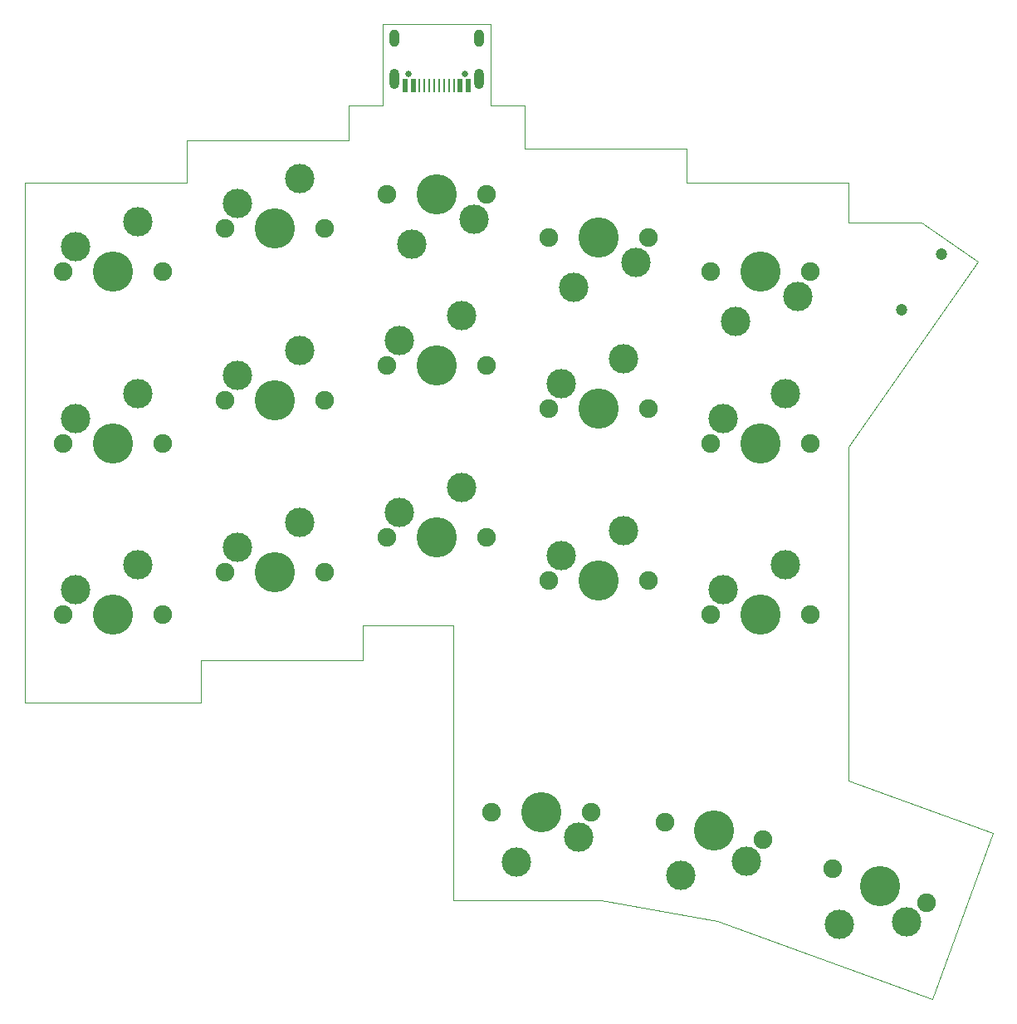
<source format=gbr>
%TF.GenerationSoftware,KiCad,Pcbnew,(6.0.6)*%
%TF.CreationDate,2022-11-13T11:43:50+09:00*%
%TF.ProjectId,split-mini__left,73706c69-742d-46d6-996e-695f5f6c6566,rev?*%
%TF.SameCoordinates,Original*%
%TF.FileFunction,Soldermask,Top*%
%TF.FilePolarity,Negative*%
%FSLAX46Y46*%
G04 Gerber Fmt 4.6, Leading zero omitted, Abs format (unit mm)*
G04 Created by KiCad (PCBNEW (6.0.6)) date 2022-11-13 11:43:50*
%MOMM*%
%LPD*%
G01*
G04 APERTURE LIST*
%TA.AperFunction,Profile*%
%ADD10C,0.100000*%
%TD*%
%ADD11C,1.900000*%
%ADD12C,3.000000*%
%ADD13C,4.100000*%
%ADD14C,0.650000*%
%ADD15R,0.580000X1.400000*%
%ADD16R,0.280000X1.400000*%
%ADD17O,1.000000X1.800000*%
%ADD18O,1.000000X2.100000*%
%ADD19C,1.200000*%
G04 APERTURE END LIST*
D10*
X116274472Y-100918426D02*
X101550000Y-95559156D01*
X50550000Y-30270000D02*
X34050000Y-30270000D01*
X34050000Y-30270000D02*
X34050000Y-34645000D01*
X109006494Y-38645000D02*
X101550000Y-38645000D01*
X114740558Y-42660035D02*
X101550000Y-61498104D01*
X35550000Y-87645000D02*
X35550000Y-83270000D01*
X88214983Y-109860807D02*
X110118110Y-117832893D01*
X35550000Y-83270000D02*
X52050000Y-83270000D01*
X110118110Y-117832893D02*
X116274472Y-100918426D01*
X68550000Y-31145000D02*
X85050000Y-31145000D01*
X34050000Y-34645000D02*
X17550000Y-34645000D01*
X61275000Y-79770000D02*
X61275000Y-107770000D01*
X61275000Y-107770000D02*
X76357429Y-107770000D01*
X17550000Y-87645000D02*
X35550000Y-87645000D01*
X50550000Y-26770000D02*
X50550000Y-30270000D01*
X101550000Y-95559156D02*
X101550000Y-61498104D01*
X65050000Y-26770000D02*
X68550000Y-26770000D01*
X76357429Y-107770000D02*
X88214983Y-109860807D01*
X65050000Y-26770000D02*
X65050000Y-18470000D01*
X17550000Y-34645000D02*
X17550000Y-87645000D01*
X85050000Y-31145000D02*
X85050000Y-34645000D01*
X109006494Y-38645000D02*
X114740558Y-42660035D01*
X54050000Y-26770000D02*
X54050000Y-18470000D01*
X50550000Y-26770000D02*
X54050000Y-26770000D01*
X54050000Y-18470000D02*
X65050000Y-18470000D01*
X101550000Y-38645000D02*
X101550000Y-34645000D01*
X68550000Y-26770000D02*
X68550000Y-31145000D01*
X101550000Y-34645000D02*
X85050000Y-34645000D01*
X52050000Y-83270000D02*
X52050000Y-79770000D01*
X52050000Y-79770000D02*
X61275000Y-79770000D01*
D11*
%TO.C,SW15*%
X97650000Y-78660000D03*
D12*
X88760000Y-76120000D03*
D13*
X92570000Y-78660000D03*
D11*
X87490000Y-78660000D03*
D12*
X95110000Y-73580000D03*
%TD*%
D14*
%TO.C,J1*%
X62450000Y-23520000D03*
X56670000Y-23520000D03*
D15*
X62760000Y-24720000D03*
X61960000Y-24720000D03*
D16*
X60810000Y-24720000D03*
X59810000Y-24720000D03*
X59310000Y-24720000D03*
X58310000Y-24720000D03*
D15*
X57160000Y-24720000D03*
X56360000Y-24720000D03*
X56360000Y-24720000D03*
X57160000Y-24720000D03*
D16*
X57810000Y-24720000D03*
X58810000Y-24720000D03*
X60310000Y-24720000D03*
X61310000Y-24720000D03*
D15*
X61960000Y-24720000D03*
X62760000Y-24720000D03*
D17*
X55240000Y-19840000D03*
D18*
X63880000Y-24020000D03*
X55240000Y-24020000D03*
D17*
X63880000Y-19840000D03*
%TD*%
D11*
%TO.C,SW7*%
X37980000Y-56770000D03*
D12*
X39250000Y-54230000D03*
X45600000Y-51690000D03*
D11*
X48140000Y-56770000D03*
D13*
X43060000Y-56770000D03*
%TD*%
D11*
%TO.C,SW3*%
X64640000Y-35750000D03*
D12*
X63370000Y-38290000D03*
D11*
X54480000Y-35750000D03*
D13*
X59560000Y-35750000D03*
D12*
X57020000Y-40830000D03*
%TD*%
D11*
%TO.C,SW6*%
X31650000Y-61160000D03*
X21490000Y-61160000D03*
D12*
X22760000Y-58620000D03*
D13*
X26570000Y-61160000D03*
D12*
X29110000Y-56080000D03*
%TD*%
D11*
%TO.C,SW17*%
X82827177Y-99767867D03*
D12*
X91141051Y-103813011D03*
X84446456Y-105211757D03*
D13*
X87830000Y-100650000D03*
D11*
X92832823Y-101532133D03*
%TD*%
D12*
%TO.C,SW14*%
X72230000Y-72590000D03*
X78580000Y-70050000D03*
D11*
X81120000Y-75130000D03*
X70960000Y-75130000D03*
D13*
X76040000Y-75130000D03*
%TD*%
D12*
%TO.C,SW9*%
X72240000Y-55110000D03*
D13*
X76050000Y-57650000D03*
D12*
X78590000Y-52570000D03*
D11*
X81130000Y-57650000D03*
X70970000Y-57650000D03*
%TD*%
D12*
%TO.C,SW8*%
X55765000Y-50710000D03*
D13*
X59575000Y-53250000D03*
D11*
X64655000Y-53250000D03*
X54495000Y-53250000D03*
D12*
X62115000Y-48170000D03*
%TD*%
D19*
%TO.C,J2*%
X107016274Y-47577401D03*
X111031309Y-41843337D03*
%TD*%
D12*
%TO.C,SW10*%
X95090000Y-56070000D03*
D13*
X92550000Y-61150000D03*
D11*
X97630000Y-61150000D03*
D12*
X88740000Y-58610000D03*
D11*
X87470000Y-61150000D03*
%TD*%
%TO.C,SW11*%
X31640000Y-78650000D03*
D12*
X22750000Y-76110000D03*
D13*
X26560000Y-78650000D03*
D12*
X29100000Y-73570000D03*
D11*
X21480000Y-78650000D03*
%TD*%
%TO.C,SW1*%
X31630000Y-43640000D03*
D13*
X26550000Y-43640000D03*
D11*
X21470000Y-43640000D03*
D12*
X22740000Y-41100000D03*
X29090000Y-38560000D03*
%TD*%
%TO.C,SW12*%
X45610000Y-69200000D03*
D11*
X37990000Y-74280000D03*
X48150000Y-74280000D03*
D13*
X43070000Y-74280000D03*
D12*
X39260000Y-71740000D03*
%TD*%
D11*
%TO.C,SW5*%
X97655000Y-43640000D03*
D12*
X90035000Y-48720000D03*
X96385000Y-46180000D03*
D13*
X92575000Y-43640000D03*
D11*
X87495000Y-43640000D03*
%TD*%
%TO.C,SW2*%
X48140000Y-39260000D03*
D12*
X39250000Y-36720000D03*
D13*
X43060000Y-39260000D03*
D12*
X45600000Y-34180000D03*
D11*
X37980000Y-39260000D03*
%TD*%
D12*
%TO.C,SW13*%
X62110000Y-65700000D03*
D13*
X59570000Y-70780000D03*
D12*
X55760000Y-68240000D03*
D11*
X64650000Y-70780000D03*
X54490000Y-70780000D03*
%TD*%
%TO.C,SW16*%
X65180000Y-98780000D03*
D12*
X67720000Y-103860000D03*
D13*
X70260000Y-98780000D03*
D12*
X74070000Y-101320000D03*
D11*
X75340000Y-98780000D03*
%TD*%
%TO.C,SW4*%
X70980000Y-40170000D03*
X81140000Y-40170000D03*
D13*
X76060000Y-40170000D03*
D12*
X79870000Y-42710000D03*
X73520000Y-45250000D03*
%TD*%
D11*
%TO.C,SW18*%
X99966361Y-104552538D03*
X109513639Y-108027462D03*
D13*
X104740000Y-106290000D03*
D12*
X107451498Y-109979916D03*
X100615718Y-110194907D03*
%TD*%
M02*

</source>
